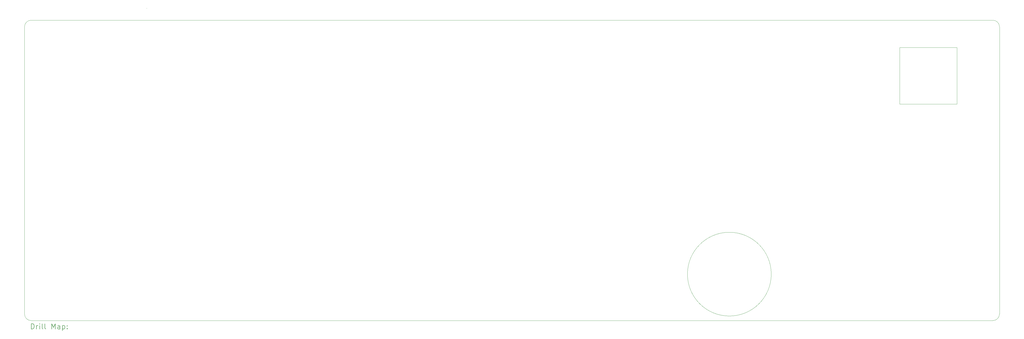
<source format=gbr>
%TF.GenerationSoftware,KiCad,Pcbnew,7.0.6*%
%TF.CreationDate,2023-09-01T00:58:07-07:00*%
%TF.ProjectId,top_plate,746f705f-706c-4617-9465-2e6b69636164,rev?*%
%TF.SameCoordinates,Original*%
%TF.FileFunction,Drillmap*%
%TF.FilePolarity,Positive*%
%FSLAX45Y45*%
G04 Gerber Fmt 4.5, Leading zero omitted, Abs format (unit mm)*
G04 Created by KiCad (PCBNEW 7.0.6) date 2023-09-01 00:58:07*
%MOMM*%
%LPD*%
G01*
G04 APERTURE LIST*
%ADD10C,0.200000*%
%ADD11C,0.100000*%
%ADD12C,0.050000*%
G04 APERTURE END LIST*
D10*
X7782570Y-8144277D02*
G75*
G03*
X7782570Y-8144277I0J0D01*
G01*
D11*
X3374810Y-8598768D02*
G75*
G03*
X3120810Y-8852767I-3J-253997D01*
G01*
D12*
X36495487Y-9636909D02*
X38679562Y-9636909D01*
X38679562Y-11795588D01*
X36495487Y-11795588D01*
X36495487Y-9636909D01*
D11*
X40044916Y-20064203D02*
X3374810Y-20064203D01*
D12*
X31596752Y-18290719D02*
G75*
G03*
X31596752Y-18290719I-1597915J0D01*
G01*
D11*
X40298916Y-8852767D02*
X40298916Y-19810203D01*
X40298913Y-8852767D02*
G75*
G03*
X40044916Y-8598767I-254003J-3D01*
G01*
X40044916Y-20064206D02*
G75*
G03*
X40298916Y-19810203I15J253986D01*
G01*
X3374810Y-8598767D02*
X40044916Y-8598767D01*
X3120810Y-19810203D02*
X3120810Y-8852767D01*
X3120807Y-19810203D02*
G75*
G03*
X3374810Y-20064203I254013J13D01*
G01*
D10*
X3376586Y-20380689D02*
X3376586Y-20180689D01*
X3376586Y-20180689D02*
X3424205Y-20180689D01*
X3424205Y-20180689D02*
X3452777Y-20190213D01*
X3452777Y-20190213D02*
X3471824Y-20209261D01*
X3471824Y-20209261D02*
X3481348Y-20228308D01*
X3481348Y-20228308D02*
X3490872Y-20266404D01*
X3490872Y-20266404D02*
X3490872Y-20294975D01*
X3490872Y-20294975D02*
X3481348Y-20333070D01*
X3481348Y-20333070D02*
X3471824Y-20352118D01*
X3471824Y-20352118D02*
X3452777Y-20371166D01*
X3452777Y-20371166D02*
X3424205Y-20380689D01*
X3424205Y-20380689D02*
X3376586Y-20380689D01*
X3576586Y-20380689D02*
X3576586Y-20247356D01*
X3576586Y-20285451D02*
X3586110Y-20266404D01*
X3586110Y-20266404D02*
X3595634Y-20256880D01*
X3595634Y-20256880D02*
X3614682Y-20247356D01*
X3614682Y-20247356D02*
X3633729Y-20247356D01*
X3700396Y-20380689D02*
X3700396Y-20247356D01*
X3700396Y-20180689D02*
X3690872Y-20190213D01*
X3690872Y-20190213D02*
X3700396Y-20199737D01*
X3700396Y-20199737D02*
X3709920Y-20190213D01*
X3709920Y-20190213D02*
X3700396Y-20180689D01*
X3700396Y-20180689D02*
X3700396Y-20199737D01*
X3824205Y-20380689D02*
X3805158Y-20371166D01*
X3805158Y-20371166D02*
X3795634Y-20352118D01*
X3795634Y-20352118D02*
X3795634Y-20180689D01*
X3928967Y-20380689D02*
X3909920Y-20371166D01*
X3909920Y-20371166D02*
X3900396Y-20352118D01*
X3900396Y-20352118D02*
X3900396Y-20180689D01*
X4157539Y-20380689D02*
X4157539Y-20180689D01*
X4157539Y-20180689D02*
X4224206Y-20323546D01*
X4224206Y-20323546D02*
X4290872Y-20180689D01*
X4290872Y-20180689D02*
X4290872Y-20380689D01*
X4471825Y-20380689D02*
X4471825Y-20275927D01*
X4471825Y-20275927D02*
X4462301Y-20256880D01*
X4462301Y-20256880D02*
X4443253Y-20247356D01*
X4443253Y-20247356D02*
X4405158Y-20247356D01*
X4405158Y-20247356D02*
X4386110Y-20256880D01*
X4471825Y-20371166D02*
X4452777Y-20380689D01*
X4452777Y-20380689D02*
X4405158Y-20380689D01*
X4405158Y-20380689D02*
X4386110Y-20371166D01*
X4386110Y-20371166D02*
X4376586Y-20352118D01*
X4376586Y-20352118D02*
X4376586Y-20333070D01*
X4376586Y-20333070D02*
X4386110Y-20314023D01*
X4386110Y-20314023D02*
X4405158Y-20304499D01*
X4405158Y-20304499D02*
X4452777Y-20304499D01*
X4452777Y-20304499D02*
X4471825Y-20294975D01*
X4567063Y-20247356D02*
X4567063Y-20447356D01*
X4567063Y-20256880D02*
X4586110Y-20247356D01*
X4586110Y-20247356D02*
X4624206Y-20247356D01*
X4624206Y-20247356D02*
X4643253Y-20256880D01*
X4643253Y-20256880D02*
X4652777Y-20266404D01*
X4652777Y-20266404D02*
X4662301Y-20285451D01*
X4662301Y-20285451D02*
X4662301Y-20342594D01*
X4662301Y-20342594D02*
X4652777Y-20361642D01*
X4652777Y-20361642D02*
X4643253Y-20371166D01*
X4643253Y-20371166D02*
X4624206Y-20380689D01*
X4624206Y-20380689D02*
X4586110Y-20380689D01*
X4586110Y-20380689D02*
X4567063Y-20371166D01*
X4748015Y-20361642D02*
X4757539Y-20371166D01*
X4757539Y-20371166D02*
X4748015Y-20380689D01*
X4748015Y-20380689D02*
X4738491Y-20371166D01*
X4738491Y-20371166D02*
X4748015Y-20361642D01*
X4748015Y-20361642D02*
X4748015Y-20380689D01*
X4748015Y-20256880D02*
X4757539Y-20266404D01*
X4757539Y-20266404D02*
X4748015Y-20275927D01*
X4748015Y-20275927D02*
X4738491Y-20266404D01*
X4738491Y-20266404D02*
X4748015Y-20256880D01*
X4748015Y-20256880D02*
X4748015Y-20275927D01*
M02*

</source>
